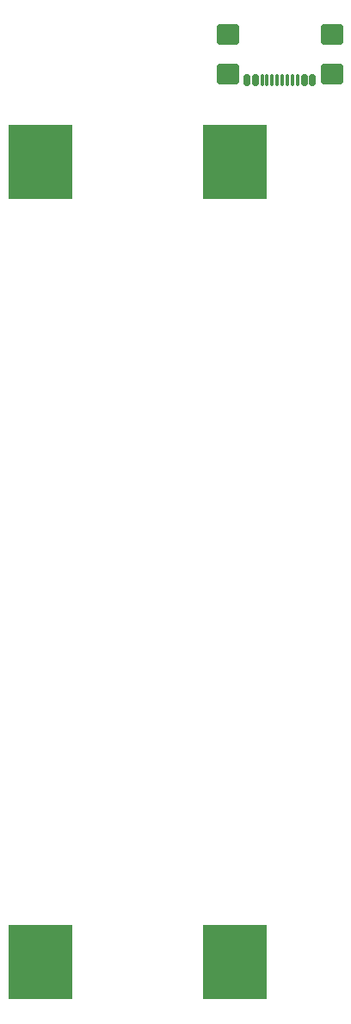
<source format=gbr>
%TF.GenerationSoftware,KiCad,Pcbnew,8.0.3*%
%TF.CreationDate,2024-07-15T22:48:31-04:00*%
%TF.ProjectId,get-a-grip-on-reality,6765742d-612d-4677-9269-702d6f6e2d72,rev?*%
%TF.SameCoordinates,Original*%
%TF.FileFunction,Paste,Top*%
%TF.FilePolarity,Positive*%
%FSLAX46Y46*%
G04 Gerber Fmt 4.6, Leading zero omitted, Abs format (unit mm)*
G04 Created by KiCad (PCBNEW 8.0.3) date 2024-07-15 22:48:31*
%MOMM*%
%LPD*%
G01*
G04 APERTURE LIST*
G04 Aperture macros list*
%AMRoundRect*
0 Rectangle with rounded corners*
0 $1 Rounding radius*
0 $2 $3 $4 $5 $6 $7 $8 $9 X,Y pos of 4 corners*
0 Add a 4 corners polygon primitive as box body*
4,1,4,$2,$3,$4,$5,$6,$7,$8,$9,$2,$3,0*
0 Add four circle primitives for the rounded corners*
1,1,$1+$1,$2,$3*
1,1,$1+$1,$4,$5*
1,1,$1+$1,$6,$7*
1,1,$1+$1,$8,$9*
0 Add four rect primitives between the rounded corners*
20,1,$1+$1,$2,$3,$4,$5,0*
20,1,$1+$1,$4,$5,$6,$7,0*
20,1,$1+$1,$6,$7,$8,$9,0*
20,1,$1+$1,$8,$9,$2,$3,0*%
G04 Aperture macros list end*
%ADD10R,6.350000X7.340000*%
%ADD11RoundRect,0.250000X0.840000X0.750000X-0.840000X0.750000X-0.840000X-0.750000X0.840000X-0.750000X0*%
%ADD12RoundRect,0.150000X0.150000X0.425000X-0.150000X0.425000X-0.150000X-0.425000X0.150000X-0.425000X0*%
%ADD13RoundRect,0.075000X0.075000X0.500000X-0.075000X0.500000X-0.075000X-0.500000X0.075000X-0.500000X0*%
G04 APERTURE END LIST*
D10*
%TO.C,BT1*%
X99815000Y-125286200D03*
X118925000Y-46626200D03*
X99815000Y-46626200D03*
X118925000Y-125286200D03*
%TD*%
D11*
%TO.C,P2*%
X118238000Y-34036000D03*
X118238000Y-37966000D03*
X128458000Y-34036000D03*
X128458000Y-37966000D03*
D12*
X126548000Y-38541000D03*
X125748000Y-38541000D03*
D13*
X125098000Y-38541000D03*
X124098000Y-38541000D03*
X122598000Y-38541000D03*
X121598000Y-38541000D03*
D12*
X120948000Y-38541000D03*
X120148000Y-38541000D03*
X120148000Y-38541000D03*
X120948000Y-38541000D03*
D13*
X122098000Y-38541000D03*
X123098000Y-38541000D03*
X123598000Y-38541000D03*
X124598000Y-38541000D03*
D12*
X125748000Y-38541000D03*
X126548000Y-38541000D03*
%TD*%
M02*

</source>
